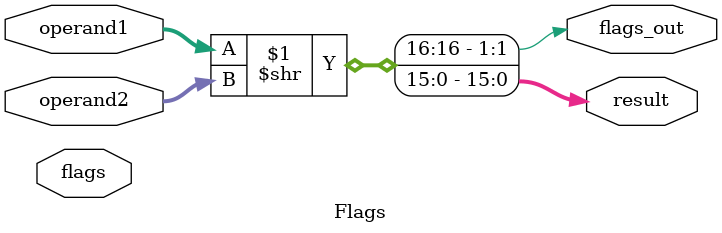
<source format=v>
module Flags(
    flags, flags_out,
    operand1, operand2, result
);
    input[15:0] operand1, operand2;
    output [15:0] result;
    input [2:0] flags;
    output [2:0] flags_out;
    assign {flags_out[1], result} = operand1>>operand2;
endmodule
</source>
